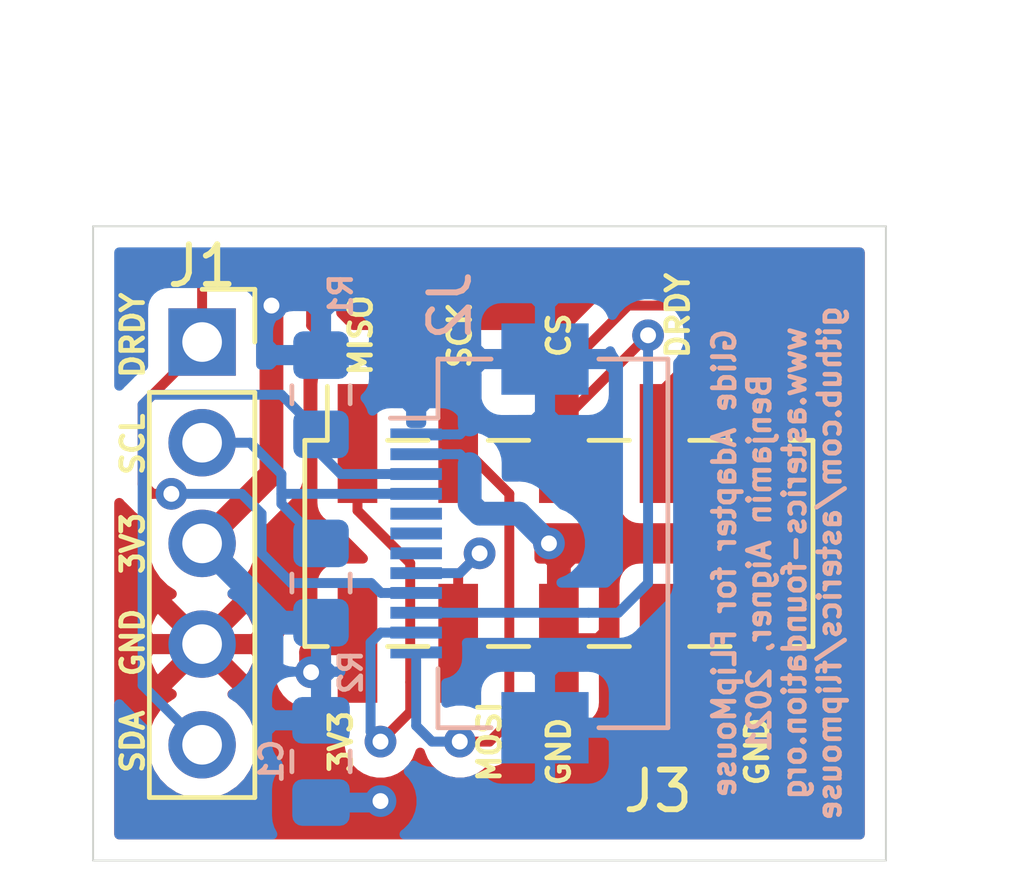
<source format=kicad_pcb>
(kicad_pcb (version 20171130) (host pcbnew 5.99.0+really5.1.12+dfsg1-1)

  (general
    (thickness 1.6)
    (drawings 19)
    (tracks 117)
    (zones 0)
    (modules 6)
    (nets 15)
  )

  (page A4)
  (title_block
    (title "Glidepoint/Cirque to FLipMouse Adapter")
    (date 2021-12-09)
    (rev v0.1)
    (company "AsTeRICS Foundation")
    (comment 1 "(c) Benjamin Aigner, 2021")
  )

  (layers
    (0 F.Cu signal)
    (31 B.Cu signal)
    (32 B.Adhes user)
    (33 F.Adhes user)
    (34 B.Paste user)
    (35 F.Paste user)
    (36 B.SilkS user)
    (37 F.SilkS user)
    (38 B.Mask user)
    (39 F.Mask user)
    (40 Dwgs.User user)
    (41 Cmts.User user)
    (42 Eco1.User user)
    (43 Eco2.User user)
    (44 Edge.Cuts user)
    (45 Margin user)
    (46 B.CrtYd user)
    (47 F.CrtYd user)
    (48 B.Fab user)
    (49 F.Fab user)
  )

  (setup
    (last_trace_width 0.25)
    (user_trace_width 0.4)
    (user_trace_width 0.5)
    (user_trace_width 0.6)
    (trace_clearance 0.2)
    (zone_clearance 0.508)
    (zone_45_only no)
    (trace_min 0.2)
    (via_size 0.8)
    (via_drill 0.4)
    (via_min_size 0.4)
    (via_min_drill 0.3)
    (uvia_size 0.3)
    (uvia_drill 0.1)
    (uvias_allowed no)
    (uvia_min_size 0.2)
    (uvia_min_drill 0.1)
    (edge_width 0.05)
    (segment_width 0.2)
    (pcb_text_width 0.3)
    (pcb_text_size 1.5 1.5)
    (mod_edge_width 0.12)
    (mod_text_size 1 1)
    (mod_text_width 0.15)
    (pad_size 1.8 2.2)
    (pad_drill 0)
    (pad_to_mask_clearance 0)
    (aux_axis_origin 0 0)
    (visible_elements FFFFFF7F)
    (pcbplotparams
      (layerselection 0x010fc_ffffffff)
      (usegerberextensions false)
      (usegerberattributes true)
      (usegerberadvancedattributes true)
      (creategerberjobfile true)
      (excludeedgelayer true)
      (linewidth 0.100000)
      (plotframeref false)
      (viasonmask false)
      (mode 1)
      (useauxorigin false)
      (hpglpennumber 1)
      (hpglpenspeed 20)
      (hpglpendiameter 15.000000)
      (psnegative false)
      (psa4output false)
      (plotreference true)
      (plotvalue true)
      (plotinvisibletext false)
      (padsonsilk false)
      (subtractmaskfromsilk false)
      (outputformat 1)
      (mirror false)
      (drillshape 1)
      (scaleselection 1)
      (outputdirectory ""))
  )

  (net 0 "")
  (net 1 /SDA)
  (net 2 GND)
  (net 3 +3V3)
  (net 4 /SCL)
  (net 5 /DRDY)
  (net 6 /SCK)
  (net 7 /MISO)
  (net 8 /CS)
  (net 9 /MOSI)
  (net 10 "Net-(J2-Pad7)")
  (net 11 "Net-(J2-Pad6)")
  (net 12 "Net-(J2-Pad5)")
  (net 13 "Net-(J3-Pad9)")
  (net 14 "Net-(J3-Pad8)")

  (net_class Default "This is the default net class."
    (clearance 0.2)
    (trace_width 0.25)
    (via_dia 0.8)
    (via_drill 0.4)
    (uvia_dia 0.3)
    (uvia_drill 0.1)
    (add_net +3V3)
    (add_net /CS)
    (add_net /DRDY)
    (add_net /MISO)
    (add_net /MOSI)
    (add_net /SCK)
    (add_net /SCL)
    (add_net /SDA)
    (add_net GND)
    (add_net "Net-(J2-Pad5)")
    (add_net "Net-(J2-Pad6)")
    (add_net "Net-(J2-Pad7)")
    (add_net "Net-(J3-Pad8)")
    (add_net "Net-(J3-Pad9)")
  )

  (module Capacitor_SMD:C_0805_2012Metric_Pad1.18x1.45mm_HandSolder (layer B.Cu) (tedit 5F68FEEF) (tstamp 61B2508A)
    (at 144.25 97.5 270)
    (descr "Capacitor SMD 0805 (2012 Metric), square (rectangular) end terminal, IPC_7351 nominal with elongated pad for handsoldering. (Body size source: IPC-SM-782 page 76, https://www.pcb-3d.com/wordpress/wp-content/uploads/ipc-sm-782a_amendment_1_and_2.pdf, https://docs.google.com/spreadsheets/d/1BsfQQcO9C6DZCsRaXUlFlo91Tg2WpOkGARC1WS5S8t0/edit?usp=sharing), generated with kicad-footprint-generator")
    (tags "capacitor handsolder")
    (path /61B4FED6)
    (attr smd)
    (fp_text reference C1 (at 0 1.25 90) (layer B.SilkS)
      (effects (font (size 0.55 0.55) (thickness 0.12)) (justify mirror))
    )
    (fp_text value 1u (at 0 -1.68 90) (layer B.Fab)
      (effects (font (size 1 1) (thickness 0.15)) (justify mirror))
    )
    (fp_line (start 1.88 -0.98) (end -1.88 -0.98) (layer B.CrtYd) (width 0.05))
    (fp_line (start 1.88 0.98) (end 1.88 -0.98) (layer B.CrtYd) (width 0.05))
    (fp_line (start -1.88 0.98) (end 1.88 0.98) (layer B.CrtYd) (width 0.05))
    (fp_line (start -1.88 -0.98) (end -1.88 0.98) (layer B.CrtYd) (width 0.05))
    (fp_line (start -0.261252 -0.735) (end 0.261252 -0.735) (layer B.SilkS) (width 0.12))
    (fp_line (start -0.261252 0.735) (end 0.261252 0.735) (layer B.SilkS) (width 0.12))
    (fp_line (start 1 -0.625) (end -1 -0.625) (layer B.Fab) (width 0.1))
    (fp_line (start 1 0.625) (end 1 -0.625) (layer B.Fab) (width 0.1))
    (fp_line (start -1 0.625) (end 1 0.625) (layer B.Fab) (width 0.1))
    (fp_line (start -1 -0.625) (end -1 0.625) (layer B.Fab) (width 0.1))
    (fp_text user %R (at 0 0 90) (layer B.Fab)
      (effects (font (size 0.5 0.5) (thickness 0.08)) (justify mirror))
    )
    (pad 2 smd roundrect (at 1.0375 0 270) (size 1.175 1.45) (layers B.Cu B.Paste B.Mask) (roundrect_rratio 0.212766)
      (net 2 GND))
    (pad 1 smd roundrect (at -1.0375 0 270) (size 1.175 1.45) (layers B.Cu B.Paste B.Mask) (roundrect_rratio 0.212766)
      (net 3 +3V3))
    (model ${KISYS3DMOD}/Capacitor_SMD.3dshapes/C_0805_2012Metric.wrl
      (at (xyz 0 0 0))
      (scale (xyz 1 1 1))
      (rotate (xyz 0 0 0))
    )
  )

  (module Resistor_SMD:R_0805_2012Metric_Pad1.20x1.40mm_HandSolder (layer B.Cu) (tedit 5F68FEEE) (tstamp 61B23AA5)
    (at 144.25 93 90)
    (descr "Resistor SMD 0805 (2012 Metric), square (rectangular) end terminal, IPC_7351 nominal with elongated pad for handsoldering. (Body size source: IPC-SM-782 page 72, https://www.pcb-3d.com/wordpress/wp-content/uploads/ipc-sm-782a_amendment_1_and_2.pdf), generated with kicad-footprint-generator")
    (tags "resistor handsolder")
    (path /61B24538)
    (attr smd)
    (fp_text reference R2 (at -2.25 0.75 90) (layer B.SilkS)
      (effects (font (size 0.55 0.55) (thickness 0.12)) (justify mirror))
    )
    (fp_text value 4k7 (at 0 -1.65 90) (layer B.Fab)
      (effects (font (size 1 1) (thickness 0.15)) (justify mirror))
    )
    (fp_line (start 1.85 -0.95) (end -1.85 -0.95) (layer B.CrtYd) (width 0.05))
    (fp_line (start 1.85 0.95) (end 1.85 -0.95) (layer B.CrtYd) (width 0.05))
    (fp_line (start -1.85 0.95) (end 1.85 0.95) (layer B.CrtYd) (width 0.05))
    (fp_line (start -1.85 -0.95) (end -1.85 0.95) (layer B.CrtYd) (width 0.05))
    (fp_line (start -0.227064 -0.735) (end 0.227064 -0.735) (layer B.SilkS) (width 0.12))
    (fp_line (start -0.227064 0.735) (end 0.227064 0.735) (layer B.SilkS) (width 0.12))
    (fp_line (start 1 -0.625) (end -1 -0.625) (layer B.Fab) (width 0.1))
    (fp_line (start 1 0.625) (end 1 -0.625) (layer B.Fab) (width 0.1))
    (fp_line (start -1 0.625) (end 1 0.625) (layer B.Fab) (width 0.1))
    (fp_line (start -1 -0.625) (end -1 0.625) (layer B.Fab) (width 0.1))
    (fp_text user %R (at 0 0 90) (layer B.Fab)
      (effects (font (size 0.5 0.5) (thickness 0.08)) (justify mirror))
    )
    (pad 2 smd roundrect (at 1 0 90) (size 1.2 1.4) (layers B.Cu B.Paste B.Mask) (roundrect_rratio 0.208333)
      (net 4 /SCL))
    (pad 1 smd roundrect (at -1 0 90) (size 1.2 1.4) (layers B.Cu B.Paste B.Mask) (roundrect_rratio 0.208333)
      (net 3 +3V3))
    (model ${KISYS3DMOD}/Resistor_SMD.3dshapes/R_0805_2012Metric.wrl
      (at (xyz 0 0 0))
      (scale (xyz 1 1 1))
      (rotate (xyz 0 0 0))
    )
  )

  (module Resistor_SMD:R_0805_2012Metric_Pad1.20x1.40mm_HandSolder (layer B.Cu) (tedit 5F68FEEE) (tstamp 61B23A94)
    (at 144.25 88.25 270)
    (descr "Resistor SMD 0805 (2012 Metric), square (rectangular) end terminal, IPC_7351 nominal with elongated pad for handsoldering. (Body size source: IPC-SM-782 page 72, https://www.pcb-3d.com/wordpress/wp-content/uploads/ipc-sm-782a_amendment_1_and_2.pdf), generated with kicad-footprint-generator")
    (tags "resistor handsolder")
    (path /61B1FD4E)
    (attr smd)
    (fp_text reference R1 (at -2.5 -0.5 90) (layer B.SilkS)
      (effects (font (size 0.55 0.55) (thickness 0.12)) (justify mirror))
    )
    (fp_text value 4k7 (at 0 -1.65 90) (layer B.Fab)
      (effects (font (size 1 1) (thickness 0.15)) (justify mirror))
    )
    (fp_line (start 1.85 -0.95) (end -1.85 -0.95) (layer B.CrtYd) (width 0.05))
    (fp_line (start 1.85 0.95) (end 1.85 -0.95) (layer B.CrtYd) (width 0.05))
    (fp_line (start -1.85 0.95) (end 1.85 0.95) (layer B.CrtYd) (width 0.05))
    (fp_line (start -1.85 -0.95) (end -1.85 0.95) (layer B.CrtYd) (width 0.05))
    (fp_line (start -0.227064 -0.735) (end 0.227064 -0.735) (layer B.SilkS) (width 0.12))
    (fp_line (start -0.227064 0.735) (end 0.227064 0.735) (layer B.SilkS) (width 0.12))
    (fp_line (start 1 -0.625) (end -1 -0.625) (layer B.Fab) (width 0.1))
    (fp_line (start 1 0.625) (end 1 -0.625) (layer B.Fab) (width 0.1))
    (fp_line (start -1 0.625) (end 1 0.625) (layer B.Fab) (width 0.1))
    (fp_line (start -1 -0.625) (end -1 0.625) (layer B.Fab) (width 0.1))
    (fp_text user %R (at 0 0 90) (layer B.Fab)
      (effects (font (size 0.5 0.5) (thickness 0.08)) (justify mirror))
    )
    (pad 2 smd roundrect (at 1 0 270) (size 1.2 1.4) (layers B.Cu B.Paste B.Mask) (roundrect_rratio 0.208333)
      (net 1 /SDA))
    (pad 1 smd roundrect (at -1 0 270) (size 1.2 1.4) (layers B.Cu B.Paste B.Mask) (roundrect_rratio 0.208333)
      (net 3 +3V3))
    (model ${KISYS3DMOD}/Resistor_SMD.3dshapes/R_0805_2012Metric.wrl
      (at (xyz 0 0 0))
      (scale (xyz 1 1 1))
      (rotate (xyz 0 0 0))
    )
  )

  (module Connector_PinSocket_2.54mm:PinSocket_2x05_P2.54mm_Vertical_SMD (layer F.Cu) (tedit 5A19A425) (tstamp 61B23A83)
    (at 150.25 92 90)
    (descr "surface-mounted straight socket strip, 2x05, 2.54mm pitch, double cols (from Kicad 4.0.7), script generated")
    (tags "Surface mounted socket strip SMD 2x05 2.54mm double row")
    (path /61B23C89)
    (attr smd)
    (fp_text reference J3 (at -6.25 2.5 180) (layer F.SilkS)
      (effects (font (size 1 1) (thickness 0.15)))
    )
    (fp_text value Conn_02x05_Odd_Even (at 0 7.85 90) (layer F.Fab)
      (effects (font (size 1 1) (thickness 0.15)))
    )
    (fp_line (start -4.55 6.85) (end -4.55 -6.85) (layer F.CrtYd) (width 0.05))
    (fp_line (start 4.5 6.85) (end -4.55 6.85) (layer F.CrtYd) (width 0.05))
    (fp_line (start 4.5 -6.85) (end 4.5 6.85) (layer F.CrtYd) (width 0.05))
    (fp_line (start -4.55 -6.85) (end 4.5 -6.85) (layer F.CrtYd) (width 0.05))
    (fp_line (start 3.92 5.4) (end 2.54 5.4) (layer F.Fab) (width 0.1))
    (fp_line (start 3.92 4.76) (end 3.92 5.4) (layer F.Fab) (width 0.1))
    (fp_line (start 2.54 4.76) (end 3.92 4.76) (layer F.Fab) (width 0.1))
    (fp_line (start -3.92 5.4) (end -3.92 4.76) (layer F.Fab) (width 0.1))
    (fp_line (start -2.54 5.4) (end -3.92 5.4) (layer F.Fab) (width 0.1))
    (fp_line (start -3.92 4.76) (end -2.54 4.76) (layer F.Fab) (width 0.1))
    (fp_line (start 3.92 2.86) (end 2.54 2.86) (layer F.Fab) (width 0.1))
    (fp_line (start 3.92 2.22) (end 3.92 2.86) (layer F.Fab) (width 0.1))
    (fp_line (start 2.54 2.22) (end 3.92 2.22) (layer F.Fab) (width 0.1))
    (fp_line (start -3.92 2.86) (end -3.92 2.22) (layer F.Fab) (width 0.1))
    (fp_line (start -2.54 2.86) (end -3.92 2.86) (layer F.Fab) (width 0.1))
    (fp_line (start -3.92 2.22) (end -2.54 2.22) (layer F.Fab) (width 0.1))
    (fp_line (start 3.92 0.32) (end 2.54 0.32) (layer F.Fab) (width 0.1))
    (fp_line (start 3.92 -0.32) (end 3.92 0.32) (layer F.Fab) (width 0.1))
    (fp_line (start 2.54 -0.32) (end 3.92 -0.32) (layer F.Fab) (width 0.1))
    (fp_line (start -3.92 0.32) (end -3.92 -0.32) (layer F.Fab) (width 0.1))
    (fp_line (start -2.54 0.32) (end -3.92 0.32) (layer F.Fab) (width 0.1))
    (fp_line (start -3.92 -0.32) (end -2.54 -0.32) (layer F.Fab) (width 0.1))
    (fp_line (start 3.92 -2.22) (end 2.54 -2.22) (layer F.Fab) (width 0.1))
    (fp_line (start 3.92 -2.86) (end 3.92 -2.22) (layer F.Fab) (width 0.1))
    (fp_line (start 2.54 -2.86) (end 3.92 -2.86) (layer F.Fab) (width 0.1))
    (fp_line (start -3.92 -2.22) (end -3.92 -2.86) (layer F.Fab) (width 0.1))
    (fp_line (start -2.54 -2.22) (end -3.92 -2.22) (layer F.Fab) (width 0.1))
    (fp_line (start -3.92 -2.86) (end -2.54 -2.86) (layer F.Fab) (width 0.1))
    (fp_line (start 3.92 -4.76) (end 2.54 -4.76) (layer F.Fab) (width 0.1))
    (fp_line (start 3.92 -5.4) (end 3.92 -4.76) (layer F.Fab) (width 0.1))
    (fp_line (start 2.54 -5.4) (end 3.92 -5.4) (layer F.Fab) (width 0.1))
    (fp_line (start -3.92 -4.76) (end -3.92 -5.4) (layer F.Fab) (width 0.1))
    (fp_line (start -2.54 -4.76) (end -3.92 -4.76) (layer F.Fab) (width 0.1))
    (fp_line (start -3.92 -5.4) (end -2.54 -5.4) (layer F.Fab) (width 0.1))
    (fp_line (start -2.54 6.35) (end -2.54 -6.35) (layer F.Fab) (width 0.1))
    (fp_line (start 2.54 6.35) (end -2.54 6.35) (layer F.Fab) (width 0.1))
    (fp_line (start 2.54 -5.35) (end 2.54 6.35) (layer F.Fab) (width 0.1))
    (fp_line (start 1.54 -6.35) (end 2.54 -5.35) (layer F.Fab) (width 0.1))
    (fp_line (start -2.54 -6.35) (end 1.54 -6.35) (layer F.Fab) (width 0.1))
    (fp_line (start 2.6 -5.84) (end 3.96 -5.84) (layer F.SilkS) (width 0.12))
    (fp_line (start -2.6 5.84) (end -2.6 6.41) (layer F.SilkS) (width 0.12))
    (fp_line (start -2.6 3.3) (end -2.6 4.32) (layer F.SilkS) (width 0.12))
    (fp_line (start -2.6 0.76) (end -2.6 1.78) (layer F.SilkS) (width 0.12))
    (fp_line (start -2.6 -1.78) (end -2.6 -0.76) (layer F.SilkS) (width 0.12))
    (fp_line (start -2.6 -4.32) (end -2.6 -3.3) (layer F.SilkS) (width 0.12))
    (fp_line (start -2.6 -6.41) (end -2.6 -5.84) (layer F.SilkS) (width 0.12))
    (fp_line (start -2.6 6.41) (end 2.6 6.41) (layer F.SilkS) (width 0.12))
    (fp_line (start 2.6 5.84) (end 2.6 6.41) (layer F.SilkS) (width 0.12))
    (fp_line (start 2.6 3.3) (end 2.6 4.32) (layer F.SilkS) (width 0.12))
    (fp_line (start 2.6 0.76) (end 2.6 1.78) (layer F.SilkS) (width 0.12))
    (fp_line (start 2.6 -1.78) (end 2.6 -0.76) (layer F.SilkS) (width 0.12))
    (fp_line (start 2.6 -4.32) (end 2.6 -3.3) (layer F.SilkS) (width 0.12))
    (fp_line (start 2.6 -6.41) (end 2.6 -5.84) (layer F.SilkS) (width 0.12))
    (fp_line (start -2.6 -6.41) (end 2.6 -6.41) (layer F.SilkS) (width 0.12))
    (fp_text user %R (at 0 0) (layer F.Fab)
      (effects (font (size 1 1) (thickness 0.15)))
    )
    (pad 10 smd rect (at -2.52 5.08 90) (size 3 1) (layers F.Cu F.Paste F.Mask)
      (net 2 GND))
    (pad 9 smd rect (at 2.52 5.08 90) (size 3 1) (layers F.Cu F.Paste F.Mask)
      (net 13 "Net-(J3-Pad9)"))
    (pad 8 smd rect (at -2.52 2.54 90) (size 3 1) (layers F.Cu F.Paste F.Mask)
      (net 14 "Net-(J3-Pad8)"))
    (pad 7 smd rect (at 2.52 2.54 90) (size 3 1) (layers F.Cu F.Paste F.Mask)
      (net 5 /DRDY))
    (pad 6 smd rect (at -2.52 0 90) (size 3 1) (layers F.Cu F.Paste F.Mask)
      (net 2 GND))
    (pad 5 smd rect (at 2.52 0 90) (size 3 1) (layers F.Cu F.Paste F.Mask)
      (net 8 /CS))
    (pad 4 smd rect (at -2.52 -2.54 90) (size 3 1) (layers F.Cu F.Paste F.Mask)
      (net 9 /MOSI))
    (pad 3 smd rect (at 2.52 -2.54 90) (size 3 1) (layers F.Cu F.Paste F.Mask)
      (net 6 /SCK))
    (pad 2 smd rect (at -2.52 -5.08 90) (size 3 1) (layers F.Cu F.Paste F.Mask)
      (net 3 +3V3))
    (pad 1 smd rect (at 2.52 -5.08 90) (size 3 1) (layers F.Cu F.Paste F.Mask)
      (net 7 /MISO))
    (model ${KISYS3DMOD}/Connector_PinSocket_2.54mm.3dshapes/PinSocket_2x05_P2.54mm_Vertical_SMD.wrl
      (at (xyz 0 0 0))
      (scale (xyz 1 1 1))
      (rotate (xyz 0 0 0))
    )
  )

  (module Connector_FFC-FPC:Hirose_FH12-12S-0.5SH_1x12-1MP_P0.50mm_Horizontal (layer B.Cu) (tedit 61B1EF9E) (tstamp 61B23A3E)
    (at 148.5 92 270)
    (descr "Hirose FH12, FFC/FPC connector, FH12-12S-0.5SH, 12 Pins per row (https://www.hirose.com/product/en/products/FH12/FH12-24S-0.5SH(55)/), generated with kicad-footprint-generator")
    (tags "connector Hirose FH12 horizontal")
    (path /61B1E70F)
    (attr smd)
    (fp_text reference J2 (at -6 1 270) (layer B.SilkS)
      (effects (font (size 1 1) (thickness 0.15)) (justify mirror))
    )
    (fp_text value Conn_01x12_Female (at 0 -5.6 270) (layer B.Fab)
      (effects (font (size 1 1) (thickness 0.15)) (justify mirror))
    )
    (fp_line (start 6.05 3) (end -6.05 3) (layer B.CrtYd) (width 0.05))
    (fp_line (start 6.05 -4.9) (end 6.05 3) (layer B.CrtYd) (width 0.05))
    (fp_line (start -6.05 -4.9) (end 6.05 -4.9) (layer B.CrtYd) (width 0.05))
    (fp_line (start -6.05 3) (end -6.05 -4.9) (layer B.CrtYd) (width 0.05))
    (fp_line (start -2.75 0.492893) (end -2.25 1.2) (layer B.Fab) (width 0.1))
    (fp_line (start -3.25 1.2) (end -2.75 0.492893) (layer B.Fab) (width 0.1))
    (fp_line (start -3.16 1.3) (end -3.16 2.5) (layer B.SilkS) (width 0.12))
    (fp_line (start 4.65 -4.5) (end 4.65 -2.76) (layer B.SilkS) (width 0.12))
    (fp_line (start -4.65 -4.5) (end 4.65 -4.5) (layer B.SilkS) (width 0.12))
    (fp_line (start -4.65 -2.76) (end -4.65 -4.5) (layer B.SilkS) (width 0.12))
    (fp_line (start 4.65 1.3) (end 4.65 -0.04) (layer B.SilkS) (width 0.12))
    (fp_line (start 3.16 1.3) (end 4.65 1.3) (layer B.SilkS) (width 0.12))
    (fp_line (start -4.65 1.3) (end -4.65 -0.04) (layer B.SilkS) (width 0.12))
    (fp_line (start -3.16 1.3) (end -4.65 1.3) (layer B.SilkS) (width 0.12))
    (fp_line (start 4.45 -4.4) (end 0 -4.4) (layer B.Fab) (width 0.1))
    (fp_line (start 4.45 -3.7) (end 4.45 -4.4) (layer B.Fab) (width 0.1))
    (fp_line (start 3.95 -3.7) (end 4.45 -3.7) (layer B.Fab) (width 0.1))
    (fp_line (start 3.95 -3.4) (end 3.95 -3.7) (layer B.Fab) (width 0.1))
    (fp_line (start 4.55 -3.4) (end 3.95 -3.4) (layer B.Fab) (width 0.1))
    (fp_line (start 4.55 1.2) (end 4.55 -3.4) (layer B.Fab) (width 0.1))
    (fp_line (start 0 1.2) (end 4.55 1.2) (layer B.Fab) (width 0.1))
    (fp_line (start -4.45 -4.4) (end 0 -4.4) (layer B.Fab) (width 0.1))
    (fp_line (start -4.45 -3.7) (end -4.45 -4.4) (layer B.Fab) (width 0.1))
    (fp_line (start -3.95 -3.7) (end -4.45 -3.7) (layer B.Fab) (width 0.1))
    (fp_line (start -3.95 -3.4) (end -3.95 -3.7) (layer B.Fab) (width 0.1))
    (fp_line (start -4.55 -3.4) (end -3.95 -3.4) (layer B.Fab) (width 0.1))
    (fp_line (start -4.55 1.2) (end -4.55 -3.4) (layer B.Fab) (width 0.1))
    (fp_line (start 0 1.2) (end -4.55 1.2) (layer B.Fab) (width 0.1))
    (fp_text user %R (at 0 -3.7 270) (layer B.Fab)
      (effects (font (size 1 1) (thickness 0.15)) (justify mirror))
    )
    (pad 12 smd rect (at 2.75 1.85 270) (size 0.3 1.3) (layers B.Cu B.Paste B.Mask)
      (net 6 /SCK))
    (pad 11 smd rect (at 2.25 1.85 270) (size 0.3 1.3) (layers B.Cu B.Paste B.Mask)
      (net 7 /MISO))
    (pad 10 smd rect (at 1.75 1.85 270) (size 0.3 1.3) (layers B.Cu B.Paste B.Mask)
      (net 8 /CS))
    (pad 9 smd rect (at 1.25 1.85 270) (size 0.3 1.3) (layers B.Cu B.Paste B.Mask)
      (net 5 /DRDY))
    (pad 8 smd rect (at 0.75 1.85 270) (size 0.3 1.3) (layers B.Cu B.Paste B.Mask)
      (net 9 /MOSI))
    (pad 7 smd rect (at 0.25 1.85 270) (size 0.3 1.3) (layers B.Cu B.Paste B.Mask)
      (net 10 "Net-(J2-Pad7)"))
    (pad 6 smd rect (at -0.25 1.85 270) (size 0.3 1.3) (layers B.Cu B.Paste B.Mask)
      (net 11 "Net-(J2-Pad6)"))
    (pad 5 smd rect (at -0.75 1.85 270) (size 0.3 1.3) (layers B.Cu B.Paste B.Mask)
      (net 12 "Net-(J2-Pad5)"))
    (pad 4 smd rect (at -1.25 1.85 270) (size 0.3 1.3) (layers B.Cu B.Paste B.Mask)
      (net 4 /SCL))
    (pad 3 smd rect (at -1.75 1.85 270) (size 0.3 1.3) (layers B.Cu B.Paste B.Mask)
      (net 1 /SDA))
    (pad 2 smd rect (at -2.25 1.85 270) (size 0.3 1.3) (layers B.Cu B.Paste B.Mask)
      (net 2 GND))
    (pad 1 smd rect (at -2.75 1.85 270) (size 0.3 1.3) (layers B.Cu B.Paste B.Mask)
      (net 3 +3V3))
    (pad MP smd rect (at -4.65 -1.4 270) (size 1.8 2.2) (layers B.Cu B.Paste B.Mask)
      (net 3 +3V3))
    (pad MP smd rect (at 4.65 -1.4 270) (size 1.8 2.2) (layers B.Cu B.Paste B.Mask)
      (net 3 +3V3))
    (model ${KISYS3DMOD}/Connector_FFC-FPC.3dshapes/Hirose_FH12-12S-0.5SH_1x12-1MP_P0.50mm_Horizontal.wrl
      (at (xyz 0 0 0))
      (scale (xyz 1 1 1))
      (rotate (xyz 0 0 0))
    )
  )

  (module Connector_PinSocket_2.54mm:PinSocket_1x05_P2.54mm_Vertical (layer F.Cu) (tedit 5A19A420) (tstamp 61B23A0F)
    (at 141.25 86.92)
    (descr "Through hole straight socket strip, 1x05, 2.54mm pitch, single row (from Kicad 4.0.7), script generated")
    (tags "Through hole socket strip THT 1x05 2.54mm single row")
    (path /61B1F13D)
    (fp_text reference J1 (at 0 -1.92) (layer F.SilkS)
      (effects (font (size 1 1) (thickness 0.15)))
    )
    (fp_text value Conn_01x05_Female (at -4.25 5.08 90) (layer F.Fab)
      (effects (font (size 1 1) (thickness 0.15)))
    )
    (fp_line (start -1.8 11.9) (end -1.8 -1.8) (layer F.CrtYd) (width 0.05))
    (fp_line (start 1.75 11.9) (end -1.8 11.9) (layer F.CrtYd) (width 0.05))
    (fp_line (start 1.75 -1.8) (end 1.75 11.9) (layer F.CrtYd) (width 0.05))
    (fp_line (start -1.8 -1.8) (end 1.75 -1.8) (layer F.CrtYd) (width 0.05))
    (fp_line (start 0 -1.33) (end 1.33 -1.33) (layer F.SilkS) (width 0.12))
    (fp_line (start 1.33 -1.33) (end 1.33 0) (layer F.SilkS) (width 0.12))
    (fp_line (start 1.33 1.27) (end 1.33 11.49) (layer F.SilkS) (width 0.12))
    (fp_line (start -1.33 11.49) (end 1.33 11.49) (layer F.SilkS) (width 0.12))
    (fp_line (start -1.33 1.27) (end -1.33 11.49) (layer F.SilkS) (width 0.12))
    (fp_line (start -1.33 1.27) (end 1.33 1.27) (layer F.SilkS) (width 0.12))
    (fp_line (start -1.27 11.43) (end -1.27 -1.27) (layer F.Fab) (width 0.1))
    (fp_line (start 1.27 11.43) (end -1.27 11.43) (layer F.Fab) (width 0.1))
    (fp_line (start 1.27 -0.635) (end 1.27 11.43) (layer F.Fab) (width 0.1))
    (fp_line (start 0.635 -1.27) (end 1.27 -0.635) (layer F.Fab) (width 0.1))
    (fp_line (start -1.27 -1.27) (end 0.635 -1.27) (layer F.Fab) (width 0.1))
    (fp_text user %R (at 0 5.08 90) (layer F.Fab)
      (effects (font (size 1 1) (thickness 0.15)))
    )
    (pad 5 thru_hole oval (at 0 10.16) (size 1.7 1.7) (drill 1) (layers *.Cu *.Mask)
      (net 1 /SDA))
    (pad 4 thru_hole oval (at 0 7.62) (size 1.7 1.7) (drill 1) (layers *.Cu *.Mask)
      (net 2 GND))
    (pad 3 thru_hole oval (at 0 5.08) (size 1.7 1.7) (drill 1) (layers *.Cu *.Mask)
      (net 3 +3V3))
    (pad 2 thru_hole oval (at 0 2.54) (size 1.7 1.7) (drill 1) (layers *.Cu *.Mask)
      (net 4 /SCL))
    (pad 1 thru_hole rect (at 0 0) (size 1.7 1.7) (drill 1) (layers *.Cu *.Mask)
      (net 5 /DRDY))
    (model ${KISYS3DMOD}/Connector_PinSocket_2.54mm.3dshapes/PinSocket_1x05_P2.54mm_Vertical.wrl
      (at (xyz 0 0 0))
      (scale (xyz 1 1 1))
      (rotate (xyz 0 0 0))
    )
  )

  (gr_text DRDY (at 153.25 86.25 90) (layer F.SilkS) (tstamp 61B2599F)
    (effects (font (size 0.55 0.55) (thickness 0.12)))
  )
  (gr_text CS (at 150.25 86.75 90) (layer F.SilkS) (tstamp 61B2599F)
    (effects (font (size 0.55 0.55) (thickness 0.12)))
  )
  (gr_text SCK (at 147.75 86.75 90) (layer F.SilkS) (tstamp 61B2599F)
    (effects (font (size 0.55 0.55) (thickness 0.12)))
  )
  (gr_text MISO (at 145.25 86.75 90) (layer F.SilkS) (tstamp 61B2599F)
    (effects (font (size 0.55 0.55) (thickness 0.12)))
  )
  (gr_text 3V3 (at 144.75 97 90) (layer F.SilkS) (tstamp 61B2599F)
    (effects (font (size 0.55 0.55) (thickness 0.12)))
  )
  (gr_text MOSI (at 148.5 97 90) (layer F.SilkS) (tstamp 61B2599F)
    (effects (font (size 0.55 0.55) (thickness 0.12)))
  )
  (gr_text GND (at 150.25 97.25 90) (layer F.SilkS) (tstamp 61B2599F)
    (effects (font (size 0.55 0.55) (thickness 0.12)))
  )
  (gr_text GND (at 155.25 97.25 90) (layer F.SilkS) (tstamp 61B2592D)
    (effects (font (size 0.55 0.55) (thickness 0.12)))
  )
  (gr_text GND (at 139.5 94.5 90) (layer F.SilkS) (tstamp 61B2592D)
    (effects (font (size 0.55 0.55) (thickness 0.12)))
  )
  (gr_text 3V3 (at 139.5 92 90) (layer F.SilkS) (tstamp 61B2592D)
    (effects (font (size 0.55 0.55) (thickness 0.12)))
  )
  (gr_text DRDY (at 139.5 86.75 90) (layer F.SilkS) (tstamp 61B2592D)
    (effects (font (size 0.55 0.55) (thickness 0.12)))
  )
  (gr_text SCL (at 139.5 89.5 90) (layer F.SilkS) (tstamp 61B2592D)
    (effects (font (size 0.55 0.55) (thickness 0.12)))
  )
  (gr_text SDA (at 139.5 97 90) (layer F.SilkS)
    (effects (font (size 0.55 0.55) (thickness 0.12)))
  )
  (gr_text "Every update from SCH:\nchange FPC pins \"MP\" to 3V3\n(mechanical stability)" (at 138.75 80.75) (layer Dwgs.User)
    (effects (font (size 1 1) (thickness 0.15)) (justify left))
  )
  (gr_text "Glide Adapter for FLipMouse\nBenjamin Aigner, 2021\nwww.asterics-foundation.org\ngithub.com/asterics/flipmouse" (at 155.75 92.5 90) (layer B.SilkS)
    (effects (font (size 0.55 0.55) (thickness 0.12)) (justify mirror))
  )
  (gr_line (start 138.5 100) (end 138.5 84) (layer Edge.Cuts) (width 0.05) (tstamp 61B242EE))
  (gr_line (start 158.5 100) (end 138.5 100) (layer Edge.Cuts) (width 0.05))
  (gr_line (start 158.5 84) (end 158.5 100) (layer Edge.Cuts) (width 0.05))
  (gr_line (start 138.5 84) (end 158.5 84) (layer Edge.Cuts) (width 0.05))

  (segment (start 146.65 90.25) (end 144.75 90.25) (width 0.25) (layer B.Cu) (net 1))
  (segment (start 144.25 89.75) (end 144.25 89.25) (width 0.25) (layer B.Cu) (net 1))
  (segment (start 144.75 90.25) (end 144.25 89.75) (width 0.25) (layer B.Cu) (net 1))
  (segment (start 141.25 97.08) (end 139.75 95.58) (width 0.25) (layer B.Cu) (net 1))
  (segment (start 139.75 95.58) (end 139.75 88.5) (width 0.25) (layer B.Cu) (net 1))
  (segment (start 139.75 88.5) (end 140 88.25) (width 0.25) (layer B.Cu) (net 1))
  (segment (start 143.25 88.25) (end 144.25 89.25) (width 0.25) (layer B.Cu) (net 1))
  (segment (start 140 88.25) (end 143.25 88.25) (width 0.25) (layer B.Cu) (net 1))
  (segment (start 146.65 89.75) (end 147.75 89.75) (width 0.25) (layer B.Cu) (net 2))
  (segment (start 147.75 89.75) (end 148 90) (width 0.25) (layer B.Cu) (net 2))
  (segment (start 155.33 94.52) (end 155.33 92.58) (width 0.6) (layer F.Cu) (net 2))
  (segment (start 155.33 92.58) (end 154.75 92) (width 0.6) (layer F.Cu) (net 2))
  (segment (start 154.75 92) (end 150.75 92) (width 0.6) (layer F.Cu) (net 2))
  (segment (start 150.25 92.5) (end 150.25 94.52) (width 0.6) (layer F.Cu) (net 2))
  (segment (start 150.75 92) (end 150.25 92.5) (width 0.6) (layer F.Cu) (net 2))
  (via (at 150 92) (size 0.8) (drill 0.4) (layers F.Cu B.Cu) (net 2))
  (segment (start 150.25 97) (end 150.25 94.52) (width 0.6) (layer F.Cu) (net 2))
  (segment (start 149 98.25) (end 150.25 97) (width 0.6) (layer F.Cu) (net 2))
  (segment (start 144.5 98.25) (end 149 98.25) (width 0.6) (layer F.Cu) (net 2))
  (segment (start 141.25 94.54) (end 141.25 95) (width 0.6) (layer F.Cu) (net 2))
  (segment (start 150 92) (end 149.25 91.25) (width 0.6) (layer B.Cu) (net 2))
  (segment (start 149.25 91.25) (end 148.25 91.25) (width 0.6) (layer B.Cu) (net 2))
  (segment (start 148 91) (end 148 90) (width 0.6) (layer B.Cu) (net 2))
  (segment (start 148.25 91.25) (end 148 91) (width 0.6) (layer B.Cu) (net 2))
  (segment (start 141.25 94.54) (end 142.75 96.04) (width 0.5) (layer F.Cu) (net 2))
  (segment (start 141.25 94.54) (end 143.04 92.75) (width 0.5) (layer F.Cu) (net 2))
  (segment (start 143.04 92.75) (end 143.25 92.75) (width 0.5) (layer F.Cu) (net 2))
  (segment (start 141.25 94.54) (end 139.96 93.25) (width 0.5) (layer F.Cu) (net 2))
  (segment (start 141.25 94.54) (end 140.04 95.75) (width 0.5) (layer F.Cu) (net 2))
  (via (at 145.75 98.5) (size 0.8) (drill 0.4) (layers F.Cu B.Cu) (net 2))
  (segment (start 145.7125 98.5375) (end 145.75 98.5) (width 0.5) (layer B.Cu) (net 2))
  (segment (start 144.25 98.5375) (end 145.7125 98.5375) (width 0.5) (layer B.Cu) (net 2))
  (segment (start 146.65 89.25) (end 147.5 89.25) (width 0.25) (layer B.Cu) (net 3))
  (segment (start 147.5 89.25) (end 147.75 89.25) (width 0.25) (layer B.Cu) (net 3))
  (segment (start 147.75 89.25) (end 148 89) (width 0.25) (layer B.Cu) (net 3))
  (segment (start 144.25 94) (end 143.25 94) (width 0.6) (layer B.Cu) (net 3))
  (segment (start 143 93.75) (end 143 95.25) (width 0.6) (layer B.Cu) (net 3))
  (segment (start 143.25 94) (end 143 93.75) (width 0.6) (layer B.Cu) (net 3))
  (segment (start 143 93.75) (end 141.25 92) (width 0.6) (layer B.Cu) (net 3))
  (via (at 144 95.25) (size 0.8) (drill 0.4) (layers F.Cu B.Cu) (net 3))
  (segment (start 148 89) (end 148 87.75) (width 0.6) (layer B.Cu) (net 3))
  (segment (start 146.75 86.5) (end 146 86.5) (width 0.6) (layer B.Cu) (net 3))
  (segment (start 148 87.75) (end 146.75 86.5) (width 0.6) (layer B.Cu) (net 3))
  (segment (start 145.17 94.52) (end 144.23 94.52) (width 0.6) (layer F.Cu) (net 3))
  (segment (start 144.23 94.52) (end 144 94.75) (width 0.6) (layer F.Cu) (net 3))
  (segment (start 144 95.25) (end 144 94.75) (width 0.6) (layer F.Cu) (net 3))
  (segment (start 143 86) (end 143 90.25) (width 0.6) (layer F.Cu) (net 3))
  (segment (start 143 90.25) (end 141.25 92) (width 0.6) (layer F.Cu) (net 3))
  (via (at 143 86) (size 0.8) (drill 0.4) (layers F.Cu B.Cu) (net 3))
  (segment (start 143.79 92) (end 144.25 92) (width 0.25) (layer B.Cu) (net 4))
  (segment (start 141.25 89.46) (end 142.46 89.46) (width 0.25) (layer B.Cu) (net 4))
  (segment (start 143.25 90.25) (end 143.25 90.75) (width 0.25) (layer B.Cu) (net 4))
  (segment (start 142.46 89.46) (end 143.25 90.25) (width 0.25) (layer B.Cu) (net 4))
  (segment (start 146.65 90.75) (end 143.25 90.75) (width 0.25) (layer B.Cu) (net 4))
  (segment (start 143.25 91) (end 144.25 92) (width 0.25) (layer B.Cu) (net 4))
  (segment (start 143.25 90.75) (end 143.25 91) (width 0.25) (layer B.Cu) (net 4))
  (segment (start 141.25 86.92) (end 141.25 87) (width 0.25) (layer F.Cu) (net 5))
  (segment (start 141.25 87) (end 139.75 88.5) (width 0.25) (layer F.Cu) (net 5))
  (segment (start 145.764998 93.25) (end 145.514998 93) (width 0.25) (layer B.Cu) (net 5))
  (segment (start 146.65 93.25) (end 145.764998 93.25) (width 0.25) (layer B.Cu) (net 5))
  (segment (start 145.514998 93) (end 143.75 93) (width 0.25) (layer B.Cu) (net 5))
  (segment (start 143.75 93) (end 143.5 93) (width 0.25) (layer B.Cu) (net 5))
  (segment (start 143.5 93) (end 142.75 92.25) (width 0.25) (layer B.Cu) (net 5))
  (segment (start 142.75 91.75) (end 142.75 91.25) (width 0.25) (layer B.Cu) (net 5))
  (segment (start 142.75 91.25) (end 142.25 90.75) (width 0.25) (layer B.Cu) (net 5))
  (segment (start 142.25 90.75) (end 140.75 90.75) (width 0.25) (layer B.Cu) (net 5))
  (via (at 140.475 90.75) (size 0.8) (drill 0.4) (layers F.Cu B.Cu) (net 5))
  (segment (start 140.75 90.75) (end 140.475 90.75) (width 0.25) (layer B.Cu) (net 5))
  (segment (start 140 90.75) (end 139.75 90.5) (width 0.25) (layer F.Cu) (net 5))
  (segment (start 140.475 90.75) (end 140 90.75) (width 0.25) (layer F.Cu) (net 5))
  (segment (start 139.75 88.5) (end 139.75 90.5) (width 0.25) (layer F.Cu) (net 5))
  (segment (start 142.75 92.25) (end 142.75 91.75) (width 0.25) (layer B.Cu) (net 5))
  (segment (start 141.75 85) (end 141.25 85.5) (width 0.25) (layer F.Cu) (net 5))
  (segment (start 144 85.25) (end 143.75 85) (width 0.25) (layer F.Cu) (net 5))
  (segment (start 144 86.5) (end 144 85.25) (width 0.25) (layer F.Cu) (net 5))
  (segment (start 141.25 85.5) (end 141.25 86.92) (width 0.25) (layer F.Cu) (net 5))
  (segment (start 144.75 87.25) (end 144 86.5) (width 0.25) (layer F.Cu) (net 5))
  (segment (start 150.75 87.25) (end 144.75 87.25) (width 0.25) (layer F.Cu) (net 5))
  (segment (start 153.25 86) (end 152 86) (width 0.25) (layer F.Cu) (net 5))
  (segment (start 153.75 86.5) (end 153.25 86) (width 0.25) (layer F.Cu) (net 5))
  (segment (start 153.75 87.25) (end 153.75 86.5) (width 0.25) (layer F.Cu) (net 5))
  (segment (start 152.79 88.21) (end 153.75 87.25) (width 0.25) (layer F.Cu) (net 5))
  (segment (start 143.75 85) (end 141.75 85) (width 0.25) (layer F.Cu) (net 5))
  (segment (start 152 86) (end 150.75 87.25) (width 0.25) (layer F.Cu) (net 5))
  (segment (start 152.79 89.48) (end 152.79 88.21) (width 0.25) (layer F.Cu) (net 5))
  (segment (start 146.65 94.75) (end 146.65 96.6) (width 0.25) (layer B.Cu) (net 6))
  (segment (start 147.71 89.48) (end 147.73 89.48) (width 0.25) (layer F.Cu) (net 6))
  (segment (start 147.73 89.48) (end 149 90.75) (width 0.25) (layer F.Cu) (net 6))
  (segment (start 149 90.75) (end 149 96.5) (width 0.25) (layer F.Cu) (net 6))
  (segment (start 149 96.5) (end 148.75 96.75) (width 0.25) (layer F.Cu) (net 6))
  (segment (start 148.75 96.75) (end 148.5 97) (width 0.25) (layer F.Cu) (net 6))
  (via (at 147.75 97) (size 0.8) (drill 0.4) (layers F.Cu B.Cu) (net 6))
  (segment (start 148.5 97) (end 147.75 97) (width 0.25) (layer F.Cu) (net 6))
  (segment (start 147.05 97) (end 146.65 96.6) (width 0.25) (layer B.Cu) (net 6))
  (segment (start 147.75 97) (end 147.05 97) (width 0.25) (layer B.Cu) (net 6))
  (segment (start 145.17 89.48) (end 145.17 91.17) (width 0.25) (layer F.Cu) (net 7))
  (segment (start 145.17 91.17) (end 146.5 92.5) (width 0.25) (layer F.Cu) (net 7))
  (segment (start 146.5 92.5) (end 146.5 95.5) (width 0.25) (layer F.Cu) (net 7))
  (via (at 145.75 97) (size 0.8) (drill 0.4) (layers F.Cu B.Cu) (net 7))
  (segment (start 146.5 96.25) (end 145.75 97) (width 0.25) (layer F.Cu) (net 7))
  (segment (start 146.5 95.5) (end 146.5 96.25) (width 0.25) (layer F.Cu) (net 7))
  (segment (start 145.75 97) (end 145.5 96.75) (width 0.25) (layer B.Cu) (net 7))
  (segment (start 145.5 96.75) (end 145.5 94.5) (width 0.25) (layer B.Cu) (net 7))
  (segment (start 145.75 94.25) (end 146.65 94.25) (width 0.25) (layer B.Cu) (net 7))
  (segment (start 145.5 94.5) (end 145.75 94.25) (width 0.25) (layer B.Cu) (net 7))
  (segment (start 146.65 93.75) (end 151 93.75) (width 0.25) (layer B.Cu) (net 8))
  (via (at 152.5 86.75) (size 0.8) (drill 0.4) (layers F.Cu B.Cu) (net 8))
  (segment (start 150.25 89) (end 150.25 89.48) (width 0.25) (layer F.Cu) (net 8))
  (segment (start 152.5 86.75) (end 150.25 89) (width 0.25) (layer F.Cu) (net 8))
  (segment (start 152.5 86.75) (end 152.5 93) (width 0.25) (layer B.Cu) (net 8))
  (segment (start 151.75 93.75) (end 151 93.75) (width 0.25) (layer B.Cu) (net 8))
  (segment (start 152.5 93) (end 151.75 93.75) (width 0.25) (layer B.Cu) (net 8))
  (via (at 148.25 92.25) (size 0.8) (drill 0.4) (layers F.Cu B.Cu) (net 9))
  (segment (start 147.71 92.79) (end 148.25 92.25) (width 0.25) (layer F.Cu) (net 9))
  (segment (start 147.71 94.52) (end 147.71 92.79) (width 0.25) (layer F.Cu) (net 9))
  (segment (start 147.75 92.75) (end 146.65 92.75) (width 0.25) (layer B.Cu) (net 9))
  (segment (start 148.25 92.25) (end 147.75 92.75) (width 0.25) (layer B.Cu) (net 9))

  (zone (net 2) (net_name GND) (layer F.Cu) (tstamp 0) (hatch edge 0.508)
    (connect_pads (clearance 0.508))
    (min_thickness 0.254)
    (fill yes (arc_segments 32) (thermal_gap 0.508) (thermal_bridge_width 0.508))
    (polygon
      (pts
        (xy 158.5 100) (xy 138.5 100) (xy 138.5 84) (xy 158.5 84)
      )
    )
    (filled_polygon
      (pts
        (xy 157.840001 99.34) (xy 139.16 99.34) (xy 139.16 96.93374) (xy 139.765 96.93374) (xy 139.765 97.22626)
        (xy 139.822068 97.513158) (xy 139.93401 97.783411) (xy 140.096525 98.026632) (xy 140.303368 98.233475) (xy 140.546589 98.39599)
        (xy 140.816842 98.507932) (xy 141.10374 98.565) (xy 141.39626 98.565) (xy 141.683158 98.507932) (xy 141.953411 98.39599)
        (xy 142.196632 98.233475) (xy 142.403475 98.026632) (xy 142.56599 97.783411) (xy 142.677932 97.513158) (xy 142.735 97.22626)
        (xy 142.735 96.93374) (xy 142.677932 96.646842) (xy 142.56599 96.376589) (xy 142.403475 96.133368) (xy 142.196632 95.926525)
        (xy 142.014466 95.804805) (xy 142.131355 95.735178) (xy 142.347588 95.540269) (xy 142.521641 95.30692) (xy 142.646825 95.044099)
        (xy 142.691476 94.89689) (xy 142.570155 94.667) (xy 141.377 94.667) (xy 141.377 94.687) (xy 141.123 94.687)
        (xy 141.123 94.667) (xy 139.929845 94.667) (xy 139.808524 94.89689) (xy 139.853175 95.044099) (xy 139.978359 95.30692)
        (xy 140.152412 95.540269) (xy 140.368645 95.735178) (xy 140.485534 95.804805) (xy 140.303368 95.926525) (xy 140.096525 96.133368)
        (xy 139.93401 96.376589) (xy 139.822068 96.646842) (xy 139.765 96.93374) (xy 139.16 96.93374) (xy 139.16 90.979076)
        (xy 139.160758 90.98) (xy 139.21 91.040001) (xy 139.238997 91.063798) (xy 139.4362 91.261002) (xy 139.459999 91.290001)
        (xy 139.575724 91.384974) (xy 139.707753 91.455546) (xy 139.72079 91.459501) (xy 139.815226 91.553937) (xy 139.824772 91.560315)
        (xy 139.822068 91.566842) (xy 139.765 91.85374) (xy 139.765 92.14626) (xy 139.822068 92.433158) (xy 139.93401 92.703411)
        (xy 140.096525 92.946632) (xy 140.303368 93.153475) (xy 140.485534 93.275195) (xy 140.368645 93.344822) (xy 140.152412 93.539731)
        (xy 139.978359 93.77308) (xy 139.853175 94.035901) (xy 139.808524 94.18311) (xy 139.929845 94.413) (xy 141.123 94.413)
        (xy 141.123 94.393) (xy 141.377 94.393) (xy 141.377 94.413) (xy 142.570155 94.413) (xy 142.691476 94.18311)
        (xy 142.646825 94.035901) (xy 142.521641 93.77308) (xy 142.347588 93.539731) (xy 142.131355 93.344822) (xy 142.014466 93.275195)
        (xy 142.196632 93.153475) (xy 142.403475 92.946632) (xy 142.56599 92.703411) (xy 142.677932 92.433158) (xy 142.735 92.14626)
        (xy 142.735 91.85374) (xy 142.732271 91.840018) (xy 143.628659 90.94363) (xy 143.664344 90.914344) (xy 143.781186 90.771972)
        (xy 143.868007 90.60954) (xy 143.896685 90.515) (xy 143.921472 90.433292) (xy 143.939524 90.25) (xy 143.935 90.204065)
        (xy 143.935 87.509802) (xy 144.108546 87.683347) (xy 144.080498 87.73582) (xy 144.044188 87.855518) (xy 144.031928 87.98)
        (xy 144.031928 90.98) (xy 144.044188 91.104482) (xy 144.080498 91.22418) (xy 144.139463 91.334494) (xy 144.218815 91.431185)
        (xy 144.315506 91.510537) (xy 144.42582 91.569502) (xy 144.544154 91.605398) (xy 144.572929 91.64046) (xy 144.63 91.710001)
        (xy 144.658998 91.733799) (xy 145.307126 92.381928) (xy 144.67 92.381928) (xy 144.545518 92.394188) (xy 144.42582 92.430498)
        (xy 144.315506 92.489463) (xy 144.218815 92.568815) (xy 144.139463 92.665506) (xy 144.080498 92.77582) (xy 144.044188 92.895518)
        (xy 144.031928 93.02) (xy 144.031928 93.603012) (xy 144.005687 93.610973) (xy 143.87046 93.651993) (xy 143.708028 93.738814)
        (xy 143.565656 93.855656) (xy 143.53637 93.891341) (xy 143.371336 94.056375) (xy 143.335657 94.085656) (xy 143.218815 94.228028)
        (xy 143.131993 94.39046) (xy 143.081373 94.557333) (xy 143.078529 94.566709) (xy 143.060476 94.75) (xy 143.065 94.795932)
        (xy 143.065 94.802705) (xy 143.004774 94.948102) (xy 142.965 95.148061) (xy 142.965 95.351939) (xy 143.004774 95.551898)
        (xy 143.082795 95.740256) (xy 143.196063 95.909774) (xy 143.340226 96.053937) (xy 143.509744 96.167205) (xy 143.698102 96.245226)
        (xy 143.898061 96.285) (xy 144.091627 96.285) (xy 144.139463 96.374494) (xy 144.218815 96.471185) (xy 144.315506 96.550537)
        (xy 144.42582 96.609502) (xy 144.545518 96.645812) (xy 144.67 96.658072) (xy 144.771355 96.658072) (xy 144.754774 96.698102)
        (xy 144.715 96.898061) (xy 144.715 97.101939) (xy 144.754774 97.301898) (xy 144.832795 97.490256) (xy 144.946063 97.659774)
        (xy 145.090226 97.803937) (xy 145.259744 97.917205) (xy 145.448102 97.995226) (xy 145.648061 98.035) (xy 145.851939 98.035)
        (xy 146.051898 97.995226) (xy 146.240256 97.917205) (xy 146.409774 97.803937) (xy 146.553937 97.659774) (xy 146.667205 97.490256)
        (xy 146.745226 97.301898) (xy 146.75 97.277897) (xy 146.754774 97.301898) (xy 146.832795 97.490256) (xy 146.946063 97.659774)
        (xy 147.090226 97.803937) (xy 147.259744 97.917205) (xy 147.448102 97.995226) (xy 147.648061 98.035) (xy 147.851939 98.035)
        (xy 148.051898 97.995226) (xy 148.240256 97.917205) (xy 148.409774 97.803937) (xy 148.453711 97.76) (xy 148.462678 97.76)
        (xy 148.5 97.763676) (xy 148.537322 97.76) (xy 148.537333 97.76) (xy 148.648986 97.749003) (xy 148.792247 97.705546)
        (xy 148.924276 97.634974) (xy 149.040001 97.540001) (xy 149.063803 97.510998) (xy 149.313799 97.261003) (xy 149.313803 97.260998)
        (xy 149.511002 97.0638) (xy 149.540001 97.040001) (xy 149.634974 96.924276) (xy 149.705546 96.792247) (xy 149.746356 96.657713)
        (xy 149.75 96.658072) (xy 149.96425 96.655) (xy 150.123 96.49625) (xy 150.123 94.647) (xy 150.377 94.647)
        (xy 150.377 96.49625) (xy 150.53575 96.655) (xy 150.75 96.658072) (xy 150.874482 96.645812) (xy 150.99418 96.609502)
        (xy 151.104494 96.550537) (xy 151.201185 96.471185) (xy 151.280537 96.374494) (xy 151.339502 96.26418) (xy 151.375812 96.144482)
        (xy 151.388072 96.02) (xy 151.385 94.80575) (xy 151.22625 94.647) (xy 150.377 94.647) (xy 150.123 94.647)
        (xy 150.103 94.647) (xy 150.103 94.393) (xy 150.123 94.393) (xy 150.123 92.54375) (xy 150.377 92.54375)
        (xy 150.377 94.393) (xy 151.22625 94.393) (xy 151.385 94.23425) (xy 151.388072 93.02) (xy 151.651928 93.02)
        (xy 151.651928 96.02) (xy 151.664188 96.144482) (xy 151.700498 96.26418) (xy 151.759463 96.374494) (xy 151.838815 96.471185)
        (xy 151.935506 96.550537) (xy 152.04582 96.609502) (xy 152.165518 96.645812) (xy 152.29 96.658072) (xy 153.29 96.658072)
        (xy 153.414482 96.645812) (xy 153.53418 96.609502) (xy 153.644494 96.550537) (xy 153.741185 96.471185) (xy 153.820537 96.374494)
        (xy 153.879502 96.26418) (xy 153.915812 96.144482) (xy 153.928072 96.02) (xy 154.191928 96.02) (xy 154.204188 96.144482)
        (xy 154.240498 96.26418) (xy 154.299463 96.374494) (xy 154.378815 96.471185) (xy 154.475506 96.550537) (xy 154.58582 96.609502)
        (xy 154.705518 96.645812) (xy 154.83 96.658072) (xy 155.04425 96.655) (xy 155.203 96.49625) (xy 155.203 94.647)
        (xy 155.457 94.647) (xy 155.457 96.49625) (xy 155.61575 96.655) (xy 155.83 96.658072) (xy 155.954482 96.645812)
        (xy 156.07418 96.609502) (xy 156.184494 96.550537) (xy 156.281185 96.471185) (xy 156.360537 96.374494) (xy 156.419502 96.26418)
        (xy 156.455812 96.144482) (xy 156.468072 96.02) (xy 156.465 94.80575) (xy 156.30625 94.647) (xy 155.457 94.647)
        (xy 155.203 94.647) (xy 154.35375 94.647) (xy 154.195 94.80575) (xy 154.191928 96.02) (xy 153.928072 96.02)
        (xy 153.928072 93.02) (xy 154.191928 93.02) (xy 154.195 94.23425) (xy 154.35375 94.393) (xy 155.203 94.393)
        (xy 155.203 92.54375) (xy 155.457 92.54375) (xy 155.457 94.393) (xy 156.30625 94.393) (xy 156.465 94.23425)
        (xy 156.468072 93.02) (xy 156.455812 92.895518) (xy 156.419502 92.77582) (xy 156.360537 92.665506) (xy 156.281185 92.568815)
        (xy 156.184494 92.489463) (xy 156.07418 92.430498) (xy 155.954482 92.394188) (xy 155.83 92.381928) (xy 155.61575 92.385)
        (xy 155.457 92.54375) (xy 155.203 92.54375) (xy 155.04425 92.385) (xy 154.83 92.381928) (xy 154.705518 92.394188)
        (xy 154.58582 92.430498) (xy 154.475506 92.489463) (xy 154.378815 92.568815) (xy 154.299463 92.665506) (xy 154.240498 92.77582)
        (xy 154.204188 92.895518) (xy 154.191928 93.02) (xy 153.928072 93.02) (xy 153.915812 92.895518) (xy 153.879502 92.77582)
        (xy 153.820537 92.665506) (xy 153.741185 92.568815) (xy 153.644494 92.489463) (xy 153.53418 92.430498) (xy 153.414482 92.394188)
        (xy 153.29 92.381928) (xy 152.29 92.381928) (xy 152.165518 92.394188) (xy 152.04582 92.430498) (xy 151.935506 92.489463)
        (xy 151.838815 92.568815) (xy 151.759463 92.665506) (xy 151.700498 92.77582) (xy 151.664188 92.895518) (xy 151.651928 93.02)
        (xy 151.388072 93.02) (xy 151.375812 92.895518) (xy 151.339502 92.77582) (xy 151.280537 92.665506) (xy 151.201185 92.568815)
        (xy 151.104494 92.489463) (xy 150.99418 92.430498) (xy 150.874482 92.394188) (xy 150.75 92.381928) (xy 150.53575 92.385)
        (xy 150.377 92.54375) (xy 150.123 92.54375) (xy 149.96425 92.385) (xy 149.76 92.382071) (xy 149.76 91.618072)
        (xy 150.75 91.618072) (xy 150.874482 91.605812) (xy 150.99418 91.569502) (xy 151.104494 91.510537) (xy 151.201185 91.431185)
        (xy 151.280537 91.334494) (xy 151.339502 91.22418) (xy 151.375812 91.104482) (xy 151.388072 90.98) (xy 151.388072 88.936729)
        (xy 151.651928 88.672873) (xy 151.651928 90.98) (xy 151.664188 91.104482) (xy 151.700498 91.22418) (xy 151.759463 91.334494)
        (xy 151.838815 91.431185) (xy 151.935506 91.510537) (xy 152.04582 91.569502) (xy 152.165518 91.605812) (xy 152.29 91.618072)
        (xy 153.29 91.618072) (xy 153.414482 91.605812) (xy 153.53418 91.569502) (xy 153.644494 91.510537) (xy 153.741185 91.431185)
        (xy 153.820537 91.334494) (xy 153.879502 91.22418) (xy 153.915812 91.104482) (xy 153.928072 90.98) (xy 153.928072 88.14673)
        (xy 154.202539 87.872263) (xy 154.191928 87.98) (xy 154.191928 90.98) (xy 154.204188 91.104482) (xy 154.240498 91.22418)
        (xy 154.299463 91.334494) (xy 154.378815 91.431185) (xy 154.475506 91.510537) (xy 154.58582 91.569502) (xy 154.705518 91.605812)
        (xy 154.83 91.618072) (xy 155.83 91.618072) (xy 155.954482 91.605812) (xy 156.07418 91.569502) (xy 156.184494 91.510537)
        (xy 156.281185 91.431185) (xy 156.360537 91.334494) (xy 156.419502 91.22418) (xy 156.455812 91.104482) (xy 156.468072 90.98)
        (xy 156.468072 87.98) (xy 156.455812 87.855518) (xy 156.419502 87.73582) (xy 156.360537 87.625506) (xy 156.281185 87.528815)
        (xy 156.184494 87.449463) (xy 156.07418 87.390498) (xy 155.954482 87.354188) (xy 155.83 87.341928) (xy 154.83 87.341928)
        (xy 154.705518 87.354188) (xy 154.58582 87.390498) (xy 154.485275 87.444241) (xy 154.499003 87.398986) (xy 154.51 87.287333)
        (xy 154.51 87.287323) (xy 154.513676 87.250001) (xy 154.51 87.212678) (xy 154.51 86.537325) (xy 154.513676 86.5)
        (xy 154.51 86.462675) (xy 154.51 86.462667) (xy 154.499003 86.351014) (xy 154.455546 86.207753) (xy 154.384974 86.075724)
        (xy 154.290001 85.959999) (xy 154.260997 85.936196) (xy 153.813804 85.489003) (xy 153.790001 85.459999) (xy 153.674276 85.365026)
        (xy 153.542247 85.294454) (xy 153.398986 85.250997) (xy 153.287333 85.24) (xy 153.287322 85.24) (xy 153.25 85.236324)
        (xy 153.212678 85.24) (xy 152.037323 85.24) (xy 152 85.236324) (xy 151.962677 85.24) (xy 151.962667 85.24)
        (xy 151.851014 85.250997) (xy 151.715032 85.292246) (xy 151.707753 85.294454) (xy 151.575723 85.365026) (xy 151.494204 85.431928)
        (xy 151.459999 85.459999) (xy 151.436201 85.488997) (xy 150.435199 86.49) (xy 145.064802 86.49) (xy 144.76 86.185199)
        (xy 144.76 85.287322) (xy 144.763676 85.249999) (xy 144.76 85.212676) (xy 144.76 85.212667) (xy 144.749003 85.101014)
        (xy 144.705546 84.957753) (xy 144.634974 84.825724) (xy 144.540001 84.709999) (xy 144.511002 84.6862) (xy 144.484802 84.66)
        (xy 157.84 84.66)
      )
    )
  )
  (zone (net 3) (net_name +3V3) (layer B.Cu) (tstamp 0) (hatch edge 0.508)
    (connect_pads (clearance 0.508))
    (min_thickness 0.254)
    (fill yes (arc_segments 32) (thermal_gap 0.508) (thermal_bridge_width 0.508))
    (polygon
      (pts
        (xy 158.5 100) (xy 138.5 100) (xy 138.5 84) (xy 158.5 84)
      )
    )
    (filled_polygon
      (pts
        (xy 142.912784 93.487586) (xy 142.915 93.71425) (xy 143.07375 93.873) (xy 144.123 93.873) (xy 144.123 93.853)
        (xy 144.377 93.853) (xy 144.377 93.873) (xy 144.397 93.873) (xy 144.397 94.127) (xy 144.377 94.127)
        (xy 144.377 95.07625) (xy 144.53575 95.235) (xy 144.740001 95.236515) (xy 144.740001 95.238572) (xy 144.53575 95.24)
        (xy 144.377 95.39875) (xy 144.377 96.3355) (xy 144.397 96.3355) (xy 144.397 96.5895) (xy 144.377 96.5895)
        (xy 144.377 96.6095) (xy 144.123 96.6095) (xy 144.123 96.5895) (xy 143.04875 96.5895) (xy 142.89 96.74825)
        (xy 142.886928 97.05) (xy 142.899188 97.174482) (xy 142.935498 97.29418) (xy 142.994463 97.404494) (xy 143.073815 97.501185)
        (xy 143.153594 97.566658) (xy 143.147038 97.572038) (xy 143.036595 97.706614) (xy 142.954528 97.86015) (xy 142.903992 98.026746)
        (xy 142.886928 98.2) (xy 142.886928 98.875) (xy 142.903992 99.048254) (xy 142.954528 99.21485) (xy 143.021422 99.34)
        (xy 139.16 99.34) (xy 139.16 96.059076) (xy 139.209999 96.120001) (xy 139.239003 96.143804) (xy 139.808791 96.713592)
        (xy 139.765 96.93374) (xy 139.765 97.22626) (xy 139.822068 97.513158) (xy 139.93401 97.783411) (xy 140.096525 98.026632)
        (xy 140.303368 98.233475) (xy 140.546589 98.39599) (xy 140.816842 98.507932) (xy 141.10374 98.565) (xy 141.39626 98.565)
        (xy 141.683158 98.507932) (xy 141.953411 98.39599) (xy 142.196632 98.233475) (xy 142.403475 98.026632) (xy 142.56599 97.783411)
        (xy 142.677932 97.513158) (xy 142.735 97.22626) (xy 142.735 96.93374) (xy 142.677932 96.646842) (xy 142.56599 96.376589)
        (xy 142.403475 96.133368) (xy 142.196632 95.926525) (xy 142.11952 95.875) (xy 142.886928 95.875) (xy 142.89 96.17675)
        (xy 143.04875 96.3355) (xy 144.123 96.3355) (xy 144.123 95.39875) (xy 143.96425 95.24) (xy 143.617258 95.237573)
        (xy 143.96425 95.235) (xy 144.123 95.07625) (xy 144.123 94.127) (xy 143.07375 94.127) (xy 142.915 94.28575)
        (xy 142.911928 94.6) (xy 142.924188 94.724482) (xy 142.960498 94.84418) (xy 143.019463 94.954494) (xy 143.098815 95.051185)
        (xy 143.195506 95.130537) (xy 143.30582 95.189502) (xy 143.425518 95.225812) (xy 143.539407 95.237029) (xy 143.525 95.236928)
        (xy 143.400518 95.249188) (xy 143.28082 95.285498) (xy 143.170506 95.344463) (xy 143.073815 95.423815) (xy 142.994463 95.520506)
        (xy 142.935498 95.63082) (xy 142.899188 95.750518) (xy 142.886928 95.875) (xy 142.11952 95.875) (xy 142.02224 95.81)
        (xy 142.196632 95.693475) (xy 142.403475 95.486632) (xy 142.56599 95.243411) (xy 142.677932 94.973158) (xy 142.735 94.68626)
        (xy 142.735 94.39374) (xy 142.677932 94.106842) (xy 142.56599 93.836589) (xy 142.403475 93.593368) (xy 142.196632 93.386525)
        (xy 142.014466 93.264805) (xy 142.131355 93.195178) (xy 142.347588 93.000269) (xy 142.38086 92.955662)
      )
    )
    (filled_polygon
      (pts
        (xy 157.840001 99.34) (xy 146.355802 99.34) (xy 146.409774 99.303937) (xy 146.553937 99.159774) (xy 146.667205 98.990256)
        (xy 146.745226 98.801898) (xy 146.785 98.601939) (xy 146.785 98.398061) (xy 146.745226 98.198102) (xy 146.667205 98.009744)
        (xy 146.553937 97.840226) (xy 146.463711 97.75) (xy 146.553937 97.659774) (xy 146.590063 97.605708) (xy 146.625724 97.634974)
        (xy 146.757753 97.705546) (xy 146.901014 97.749003) (xy 147.012667 97.76) (xy 147.012676 97.76) (xy 147.049961 97.763672)
        (xy 147.090226 97.803937) (xy 147.259744 97.917205) (xy 147.448102 97.995226) (xy 147.648061 98.035) (xy 147.851939 98.035)
        (xy 148.051898 97.995226) (xy 148.240256 97.917205) (xy 148.266783 97.89948) (xy 148.269463 97.904494) (xy 148.348815 98.001185)
        (xy 148.445506 98.080537) (xy 148.55582 98.139502) (xy 148.675518 98.175812) (xy 148.8 98.188072) (xy 149.61425 98.185)
        (xy 149.773 98.02625) (xy 149.773 96.777) (xy 150.027 96.777) (xy 150.027 98.02625) (xy 150.18575 98.185)
        (xy 151 98.188072) (xy 151.124482 98.175812) (xy 151.24418 98.139502) (xy 151.354494 98.080537) (xy 151.451185 98.001185)
        (xy 151.530537 97.904494) (xy 151.589502 97.79418) (xy 151.625812 97.674482) (xy 151.638072 97.55) (xy 151.635 96.93575)
        (xy 151.47625 96.777) (xy 150.027 96.777) (xy 149.773 96.777) (xy 149.753 96.777) (xy 149.753 96.523)
        (xy 149.773 96.523) (xy 149.773 95.27375) (xy 150.027 95.27375) (xy 150.027 96.523) (xy 151.47625 96.523)
        (xy 151.635 96.36425) (xy 151.638072 95.75) (xy 151.625812 95.625518) (xy 151.589502 95.50582) (xy 151.530537 95.395506)
        (xy 151.451185 95.298815) (xy 151.354494 95.219463) (xy 151.24418 95.160498) (xy 151.124482 95.124188) (xy 151 95.111928)
        (xy 150.18575 95.115) (xy 150.027 95.27375) (xy 149.773 95.27375) (xy 149.61425 95.115) (xy 148.8 95.111928)
        (xy 148.675518 95.124188) (xy 148.55582 95.160498) (xy 148.445506 95.219463) (xy 148.348815 95.298815) (xy 148.269463 95.395506)
        (xy 148.210498 95.50582) (xy 148.174188 95.625518) (xy 148.161928 95.75) (xy 148.163433 96.050974) (xy 148.051898 96.004774)
        (xy 147.851939 95.965) (xy 147.648061 95.965) (xy 147.448102 96.004774) (xy 147.41 96.020556) (xy 147.41 95.527238)
        (xy 147.424482 95.525812) (xy 147.54418 95.489502) (xy 147.654494 95.430537) (xy 147.751185 95.351185) (xy 147.830537 95.254494)
        (xy 147.889502 95.14418) (xy 147.925812 95.024482) (xy 147.938072 94.9) (xy 147.938072 94.6) (xy 147.929208 94.51)
        (xy 151.712678 94.51) (xy 151.75 94.513676) (xy 151.787322 94.51) (xy 151.787333 94.51) (xy 151.898986 94.499003)
        (xy 152.042247 94.455546) (xy 152.174276 94.384974) (xy 152.290001 94.290001) (xy 152.313803 94.260998) (xy 153.011002 93.563799)
        (xy 153.040001 93.540001) (xy 153.134974 93.424276) (xy 153.205546 93.292247) (xy 153.249003 93.148986) (xy 153.26 93.037333)
        (xy 153.26 93.037324) (xy 153.263676 93.000001) (xy 153.26 92.962678) (xy 153.26 87.453711) (xy 153.303937 87.409774)
        (xy 153.417205 87.240256) (xy 153.495226 87.051898) (xy 153.535 86.851939) (xy 153.535 86.648061) (xy 153.495226 86.448102)
        (xy 153.417205 86.259744) (xy 153.303937 86.090226) (xy 153.159774 85.946063) (xy 152.990256 85.832795) (xy 152.801898 85.754774)
        (xy 152.601939 85.715) (xy 152.398061 85.715) (xy 152.198102 85.754774) (xy 152.009744 85.832795) (xy 151.840226 85.946063)
        (xy 151.696063 86.090226) (xy 151.598658 86.236003) (xy 151.589502 86.20582) (xy 151.530537 86.095506) (xy 151.451185 85.998815)
        (xy 151.354494 85.919463) (xy 151.24418 85.860498) (xy 151.124482 85.824188) (xy 151 85.811928) (xy 150.18575 85.815)
        (xy 150.027 85.97375) (xy 150.027 87.223) (xy 151.47625 87.223) (xy 151.546534 87.152716) (xy 151.582795 87.240256)
        (xy 151.696063 87.409774) (xy 151.74 87.453711) (xy 151.740001 92.685197) (xy 151.435199 92.99) (xy 150.314515 92.99)
        (xy 150.490256 92.917205) (xy 150.659774 92.803937) (xy 150.803937 92.659774) (xy 150.917205 92.490256) (xy 150.995226 92.301898)
        (xy 151.035 92.101939) (xy 151.035 91.898061) (xy 150.995226 91.698102) (xy 150.917205 91.509744) (xy 150.803937 91.340226)
        (xy 150.659774 91.196063) (xy 150.490256 91.082795) (xy 150.344859 91.022569) (xy 149.94363 90.621341) (xy 149.914344 90.585656)
        (xy 149.771972 90.468814) (xy 149.60954 90.381993) (xy 149.433292 90.328529) (xy 149.295932 90.315) (xy 149.25 90.310476)
        (xy 149.204068 90.315) (xy 148.935 90.315) (xy 148.935 89.954068) (xy 148.921471 89.816708) (xy 148.868007 89.64046)
        (xy 148.781186 89.478028) (xy 148.664344 89.335656) (xy 148.521972 89.218814) (xy 148.35954 89.131993) (xy 148.183292 89.078529)
        (xy 148.088536 89.069196) (xy 148.042247 89.044454) (xy 147.928598 89.009979) (xy 147.923685 88.965268) (xy 147.885416 88.846182)
        (xy 147.82465 88.73685) (xy 147.743722 88.641474) (xy 147.645742 88.563718) (xy 147.534475 88.506572) (xy 147.414198 88.47223)
        (xy 147.289532 88.462014) (xy 146.93575 88.465) (xy 146.777 88.62375) (xy 146.777 88.961928) (xy 146.523 88.961928)
        (xy 146.523 88.62375) (xy 146.36425 88.465) (xy 146.010468 88.462014) (xy 145.885802 88.47223) (xy 145.765525 88.506572)
        (xy 145.654258 88.563718) (xy 145.556278 88.641474) (xy 145.548074 88.651142) (xy 145.520472 88.560149) (xy 145.438405 88.406613)
        (xy 145.371724 88.325363) (xy 145.401185 88.301185) (xy 145.443191 88.25) (xy 148.161928 88.25) (xy 148.174188 88.374482)
        (xy 148.210498 88.49418) (xy 148.269463 88.604494) (xy 148.348815 88.701185) (xy 148.445506 88.780537) (xy 148.55582 88.839502)
        (xy 148.675518 88.875812) (xy 148.8 88.888072) (xy 149.61425 88.885) (xy 149.773 88.72625) (xy 149.773 87.477)
        (xy 150.027 87.477) (xy 150.027 88.72625) (xy 150.18575 88.885) (xy 151 88.888072) (xy 151.124482 88.875812)
        (xy 151.24418 88.839502) (xy 151.354494 88.780537) (xy 151.451185 88.701185) (xy 151.530537 88.604494) (xy 151.589502 88.49418)
        (xy 151.625812 88.374482) (xy 151.638072 88.25) (xy 151.635 87.63575) (xy 151.47625 87.477) (xy 150.027 87.477)
        (xy 149.773 87.477) (xy 148.32375 87.477) (xy 148.165 87.63575) (xy 148.161928 88.25) (xy 145.443191 88.25)
        (xy 145.480537 88.204494) (xy 145.539502 88.09418) (xy 145.575812 87.974482) (xy 145.588072 87.85) (xy 145.585 87.53575)
        (xy 145.42625 87.377) (xy 144.377 87.377) (xy 144.377 87.397) (xy 144.123 87.397) (xy 144.123 87.377)
        (xy 143.07375 87.377) (xy 142.96075 87.49) (xy 142.738072 87.49) (xy 142.738072 86.65) (xy 142.911928 86.65)
        (xy 142.915 86.96425) (xy 143.07375 87.123) (xy 144.123 87.123) (xy 144.123 86.17375) (xy 144.377 86.17375)
        (xy 144.377 87.123) (xy 145.42625 87.123) (xy 145.585 86.96425) (xy 145.588072 86.65) (xy 145.575812 86.525518)
        (xy 145.552904 86.45) (xy 148.161928 86.45) (xy 148.165 87.06425) (xy 148.32375 87.223) (xy 149.773 87.223)
        (xy 149.773 85.97375) (xy 149.61425 85.815) (xy 148.8 85.811928) (xy 148.675518 85.824188) (xy 148.55582 85.860498)
        (xy 148.445506 85.919463) (xy 148.348815 85.998815) (xy 148.269463 86.095506) (xy 148.210498 86.20582) (xy 148.174188 86.325518)
        (xy 148.161928 86.45) (xy 145.552904 86.45) (xy 145.539502 86.40582) (xy 145.480537 86.295506) (xy 145.401185 86.198815)
        (xy 145.304494 86.119463) (xy 145.19418 86.060498) (xy 145.074482 86.024188) (xy 144.95 86.011928) (xy 144.53575 86.015)
        (xy 144.377 86.17375) (xy 144.123 86.17375) (xy 143.96425 86.015) (xy 143.55 86.011928) (xy 143.425518 86.024188)
        (xy 143.30582 86.060498) (xy 143.195506 86.119463) (xy 143.098815 86.198815) (xy 143.019463 86.295506) (xy 142.960498 86.40582)
        (xy 142.924188 86.525518) (xy 142.911928 86.65) (xy 142.738072 86.65) (xy 142.738072 86.07) (xy 142.725812 85.945518)
        (xy 142.689502 85.82582) (xy 142.630537 85.715506) (xy 142.551185 85.618815) (xy 142.454494 85.539463) (xy 142.34418 85.480498)
        (xy 142.224482 85.444188) (xy 142.1 85.431928) (xy 140.4 85.431928) (xy 140.275518 85.444188) (xy 140.15582 85.480498)
        (xy 140.045506 85.539463) (xy 139.948815 85.618815) (xy 139.869463 85.715506) (xy 139.810498 85.82582) (xy 139.774188 85.945518)
        (xy 139.761928 86.07) (xy 139.761928 87.52802) (xy 139.707753 87.544454) (xy 139.575724 87.615026) (xy 139.459999 87.709999)
        (xy 139.4362 87.738998) (xy 139.238997 87.936202) (xy 139.21 87.959999) (xy 139.186202 87.988997) (xy 139.186201 87.988998)
        (xy 139.16 88.020924) (xy 139.16 84.66) (xy 157.84 84.66)
      )
    )
    (filled_polygon
      (pts
        (xy 141.377 91.873) (xy 141.397 91.873) (xy 141.397 92.127) (xy 141.377 92.127) (xy 141.377 92.147)
        (xy 141.123 92.147) (xy 141.123 92.127) (xy 141.103 92.127) (xy 141.103 91.873) (xy 141.123 91.873)
        (xy 141.123 91.853) (xy 141.377 91.853)
      )
    )
  )
)

</source>
